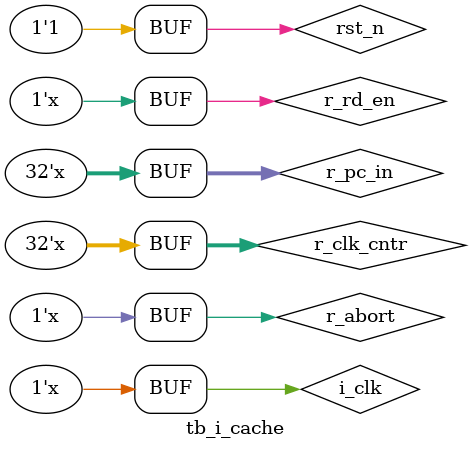
<source format=sv>
`timescale 1ns / 1ns

module tb_i_cache;

    reg i_clk;
    reg rst_n;
    reg [31:0] r_clk_cntr;

    reg [31:0] r_pc_in;
    reg r_rd_en;
    reg r_abort;

    wire [127:0] w_dout;
    wire w_dout_valid;
    

    i_cache dut_cache(
        // Inputs
        .pc_in(r_pc_in),
        .rd_en(r_rd_en),
        .abort(r_abort),
        // Outputs
        .Dout(w_dout),
        .Dout_valid(w_dout_valid)
    );
    

    // Initial conditions
    initial begin
        $display("Start simulation");
        i_clk           =  1'b1; // Start cklock in rising edge
        r_clk_cntr      = 32'h0;
        r_pc_in         = 32'h0;
        r_rd_en         =  1'b1;
        r_abort         =  1'b0;
        $display("Reset system");
        rst_n           =  1'b1; // Pulse rst to reset system
        #1 rst_n        =  1'b0;
        #1 rst_n        =  1'b1;
        
    end
    
    // Clock signal
    always begin 
    
        #5 i_clk        = ~i_clk; r_clk_cntr = r_clk_cntr + 1'b1;
        
    end
        
    // Abort signal
    always begin 
    
        #400 r_abort      = ~r_abort;
        
    end
     
    // Read signal
    always begin 
    
        #200 r_rd_en      = ~r_rd_en;
        
    end
    
    always begin 
            
        $display("1. Increment PC counter.");
        
        #10
        r_pc_in         = r_pc_in + 32'b1;
        
        $display(" r_pc_in: %0h\n r_rd_en: %0h\n r_abort: %0h\n", r_pc_in, r_rd_en, r_abort);
       
       
    end

endmodule
</source>
